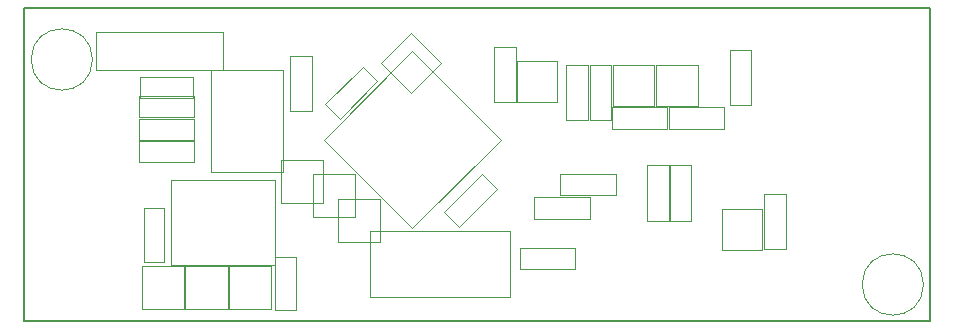
<source format=gbr>
G04 #@! TF.FileFunction,Other,User*
%FSLAX46Y46*%
G04 Gerber Fmt 4.6, Leading zero omitted, Abs format (unit mm)*
G04 Created by KiCad (PCBNEW 4.0.7) date 11/22/17 14:23:38*
%MOMM*%
%LPD*%
G01*
G04 APERTURE LIST*
%ADD10C,0.100000*%
%ADD11C,0.150000*%
%ADD12C,0.050000*%
G04 APERTURE END LIST*
D10*
D11*
X18034000Y-22352000D02*
X18542000Y-22352000D01*
X18034000Y-23431500D02*
X18034000Y-22352000D01*
X94742000Y-22352000D02*
X94742000Y-23431500D01*
X18034000Y-48831500D02*
X18034000Y-23431500D01*
X39878000Y-48831500D02*
X18034000Y-48831500D01*
X94742000Y-48831500D02*
X39878000Y-48831500D01*
X94742000Y-47307500D02*
X94742000Y-48831500D01*
X94742000Y-23431500D02*
X94742000Y-47307500D01*
X18542000Y-22352000D02*
X94742000Y-22352000D01*
D12*
X58422332Y-33464500D02*
X50927000Y-40959832D01*
X50927000Y-25969168D02*
X43431668Y-33464500D01*
X58422332Y-33464500D02*
X50927000Y-25969168D01*
X50927000Y-40959832D02*
X43431668Y-33464500D01*
X28203000Y-39279000D02*
X28203000Y-43779000D01*
X28203000Y-39279000D02*
X29953000Y-39279000D01*
X29953000Y-43779000D02*
X28203000Y-43779000D01*
X29953000Y-43779000D02*
X29953000Y-39279000D01*
X39315500Y-43386500D02*
X39315500Y-47886500D01*
X39315500Y-43386500D02*
X41065500Y-43386500D01*
X41065500Y-47886500D02*
X39315500Y-47886500D01*
X41065500Y-47886500D02*
X41065500Y-43386500D01*
X44802064Y-31689944D02*
X47984044Y-28507964D01*
X44802064Y-31689944D02*
X43564627Y-30452507D01*
X46746607Y-27270527D02*
X47984044Y-28507964D01*
X46746607Y-27270527D02*
X43564627Y-30452507D01*
X32369000Y-28139500D02*
X27869000Y-28139500D01*
X32369000Y-28139500D02*
X32369000Y-29889500D01*
X27869000Y-29889500D02*
X27869000Y-28139500D01*
X27869000Y-29889500D02*
X32369000Y-29889500D01*
X33887000Y-36217000D02*
X33887000Y-27567000D01*
X33887000Y-27567000D02*
X40037000Y-27567000D01*
X40037000Y-27567000D02*
X40037000Y-36217000D01*
X40037000Y-36217000D02*
X33887000Y-36217000D01*
X31728000Y-47774000D02*
X31728000Y-44174000D01*
X31728000Y-44174000D02*
X35328000Y-44174000D01*
X35328000Y-44174000D02*
X35328000Y-47774000D01*
X35328000Y-47774000D02*
X31728000Y-47774000D01*
X28045000Y-47774000D02*
X28045000Y-44174000D01*
X28045000Y-44174000D02*
X31645000Y-44174000D01*
X31645000Y-44174000D02*
X31645000Y-47774000D01*
X31645000Y-47774000D02*
X28045000Y-47774000D01*
X35411000Y-47774000D02*
X35411000Y-44174000D01*
X35411000Y-44174000D02*
X39011000Y-44174000D01*
X39011000Y-44174000D02*
X39011000Y-47774000D01*
X39011000Y-47774000D02*
X35411000Y-47774000D01*
X44618500Y-42122500D02*
X44618500Y-38522500D01*
X44618500Y-38522500D02*
X48218500Y-38522500D01*
X48218500Y-38522500D02*
X48218500Y-42122500D01*
X48218500Y-42122500D02*
X44618500Y-42122500D01*
X42523000Y-39963500D02*
X42523000Y-36363500D01*
X42523000Y-36363500D02*
X46123000Y-36363500D01*
X46123000Y-36363500D02*
X46123000Y-39963500D01*
X46123000Y-39963500D02*
X42523000Y-39963500D01*
X39792500Y-38820500D02*
X39792500Y-35220500D01*
X39792500Y-35220500D02*
X43392500Y-35220500D01*
X43392500Y-35220500D02*
X43392500Y-38820500D01*
X43392500Y-38820500D02*
X39792500Y-38820500D01*
X48254416Y-26987500D02*
X50800000Y-24441916D01*
X50800000Y-24441916D02*
X53345584Y-26987500D01*
X53345584Y-26987500D02*
X50800000Y-29533084D01*
X50800000Y-29533084D02*
X48254416Y-26987500D01*
X42429000Y-31068500D02*
X42429000Y-26368500D01*
X42429000Y-31068500D02*
X40629000Y-31068500D01*
X40629000Y-26368500D02*
X42429000Y-26368500D01*
X40629000Y-26368500D02*
X40629000Y-31068500D01*
X32496000Y-29770500D02*
X27796000Y-29770500D01*
X32496000Y-29770500D02*
X32496000Y-31570500D01*
X27796000Y-31570500D02*
X27796000Y-29770500D01*
X27796000Y-31570500D02*
X32496000Y-31570500D01*
X32496000Y-31675500D02*
X27796000Y-31675500D01*
X32496000Y-31675500D02*
X32496000Y-33475500D01*
X27796000Y-33475500D02*
X27796000Y-31675500D01*
X27796000Y-33475500D02*
X32496000Y-33475500D01*
X32496000Y-33580500D02*
X27796000Y-33580500D01*
X32496000Y-33580500D02*
X32496000Y-35380500D01*
X27796000Y-35380500D02*
X27796000Y-33580500D01*
X27796000Y-35380500D02*
X32496000Y-35380500D01*
X39312047Y-44053000D02*
X30512047Y-44053000D01*
X39312047Y-36853000D02*
X39312047Y-44053000D01*
X30512047Y-36853000D02*
X39312047Y-36853000D01*
X30512047Y-44053000D02*
X30512047Y-36853000D01*
X59253000Y-41205500D02*
X59253000Y-46805500D01*
X59253000Y-46805500D02*
X47353000Y-46805500D01*
X47353000Y-46805500D02*
X47353000Y-41205500D01*
X47353000Y-41205500D02*
X59253000Y-41205500D01*
X54906147Y-40826361D02*
X58088127Y-37644381D01*
X54906147Y-40826361D02*
X53668710Y-39588924D01*
X56850690Y-36406944D02*
X58088127Y-37644381D01*
X56850690Y-36406944D02*
X53668710Y-39588924D01*
X80551000Y-39334500D02*
X77151000Y-39334500D01*
X77151000Y-39334500D02*
X77151000Y-42834500D01*
X77151000Y-42834500D02*
X80551000Y-42834500D01*
X80551000Y-42834500D02*
X80551000Y-39334500D01*
X75092500Y-30576500D02*
X75092500Y-27176500D01*
X75092500Y-27176500D02*
X71592500Y-27176500D01*
X71592500Y-27176500D02*
X71592500Y-30576500D01*
X71592500Y-30576500D02*
X75092500Y-30576500D01*
X71409500Y-30576500D02*
X71409500Y-27176500D01*
X71409500Y-27176500D02*
X67909500Y-27176500D01*
X67909500Y-27176500D02*
X67909500Y-30576500D01*
X67909500Y-30576500D02*
X71409500Y-30576500D01*
X59784000Y-30261500D02*
X63184000Y-30261500D01*
X63184000Y-30261500D02*
X63184000Y-26761500D01*
X63184000Y-26761500D02*
X59784000Y-26761500D01*
X59784000Y-26761500D02*
X59784000Y-30261500D01*
X80761000Y-38052500D02*
X80761000Y-42752500D01*
X80761000Y-38052500D02*
X82561000Y-38052500D01*
X82561000Y-42752500D02*
X80761000Y-42752500D01*
X82561000Y-42752500D02*
X82561000Y-38052500D01*
X63997000Y-27130500D02*
X63997000Y-31830500D01*
X63997000Y-27130500D02*
X65797000Y-27130500D01*
X65797000Y-31830500D02*
X63997000Y-31830500D01*
X65797000Y-31830500D02*
X65797000Y-27130500D01*
X65965500Y-27130500D02*
X65965500Y-31830500D01*
X65965500Y-27130500D02*
X67765500Y-27130500D01*
X67765500Y-31830500D02*
X65965500Y-31830500D01*
X67765500Y-31830500D02*
X67765500Y-27130500D01*
X77840000Y-25827500D02*
X77840000Y-30527500D01*
X77840000Y-25827500D02*
X79640000Y-25827500D01*
X79640000Y-30527500D02*
X77840000Y-30527500D01*
X79640000Y-30527500D02*
X79640000Y-25827500D01*
X74560000Y-40339500D02*
X74560000Y-35639500D01*
X74560000Y-40339500D02*
X72760000Y-40339500D01*
X72760000Y-35639500D02*
X74560000Y-35639500D01*
X72760000Y-35639500D02*
X72760000Y-40339500D01*
X72655000Y-40339500D02*
X72655000Y-35639500D01*
X72655000Y-40339500D02*
X70855000Y-40339500D01*
X70855000Y-35639500D02*
X72655000Y-35639500D01*
X70855000Y-35639500D02*
X70855000Y-40339500D01*
X68183000Y-36374500D02*
X63483000Y-36374500D01*
X68183000Y-36374500D02*
X68183000Y-38174500D01*
X63483000Y-38174500D02*
X63483000Y-36374500D01*
X63483000Y-38174500D02*
X68183000Y-38174500D01*
X65960500Y-38343000D02*
X61260500Y-38343000D01*
X65960500Y-38343000D02*
X65960500Y-40143000D01*
X61260500Y-40143000D02*
X61260500Y-38343000D01*
X61260500Y-40143000D02*
X65960500Y-40143000D01*
X64754000Y-42597500D02*
X60054000Y-42597500D01*
X64754000Y-42597500D02*
X64754000Y-44397500D01*
X60054000Y-44397500D02*
X60054000Y-42597500D01*
X60054000Y-44397500D02*
X64754000Y-44397500D01*
X77360000Y-30723000D02*
X72660000Y-30723000D01*
X77360000Y-30723000D02*
X77360000Y-32523000D01*
X72660000Y-32523000D02*
X72660000Y-30723000D01*
X72660000Y-32523000D02*
X77360000Y-32523000D01*
X72534000Y-30723000D02*
X67834000Y-30723000D01*
X72534000Y-30723000D02*
X72534000Y-32523000D01*
X67834000Y-32523000D02*
X67834000Y-30723000D01*
X67834000Y-32523000D02*
X72534000Y-32523000D01*
X59701000Y-30306500D02*
X59701000Y-25606500D01*
X59701000Y-30306500D02*
X57901000Y-30306500D01*
X57901000Y-25606500D02*
X59701000Y-25606500D01*
X57901000Y-25606500D02*
X57901000Y-30306500D01*
X34956500Y-24371500D02*
X24156500Y-24371500D01*
X24156500Y-24371500D02*
X24156500Y-27571500D01*
X24156500Y-27571500D02*
X34956500Y-27571500D01*
X34956500Y-27571500D02*
X34956500Y-24371500D01*
X23872500Y-26670000D02*
G75*
G03X23872500Y-26670000I-2600000J0D01*
G01*
X94230500Y-45720000D02*
G75*
G03X94230500Y-45720000I-2600000J0D01*
G01*
M02*

</source>
